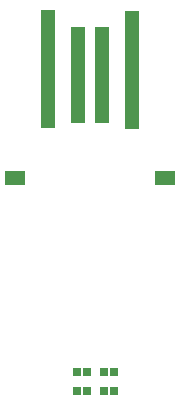
<source format=gbp>
%FSLAX36Y36*%
%MOIN*%

%AMMACRO1*21,1,$1,$2,0,0,$3*%
%ADD10R,0.0472X0.3937*%
%ADD11R,0.0472X0.3200*%
%ADD12R,0.0700X0.0500*%
%ADD13MACRO1,0.0236X0.0256X0.0000*%

%LPD*%
D10*
G01*
X590000Y-245000D03*
D11*
G01*
X490999Y-260000D03*
G01*
X410999Y-260000D03*
D10*
G01*
X311469Y-240000D03*
D12*
G01*
X200000Y-605000D03*
G01*
X700000Y-605000D03*
D13*
G01*
X408299Y-1250000D03*
G01*
X441700Y-1250000D03*
G01*
X531700Y-1250000D03*
G01*
X498299Y-1250000D03*
G01*
X408299Y-1315000D03*
G01*
X441700Y-1315000D03*
G01*
X531700Y-1315000D03*
G01*
X498299Y-1315000D03*
M02*

</source>
